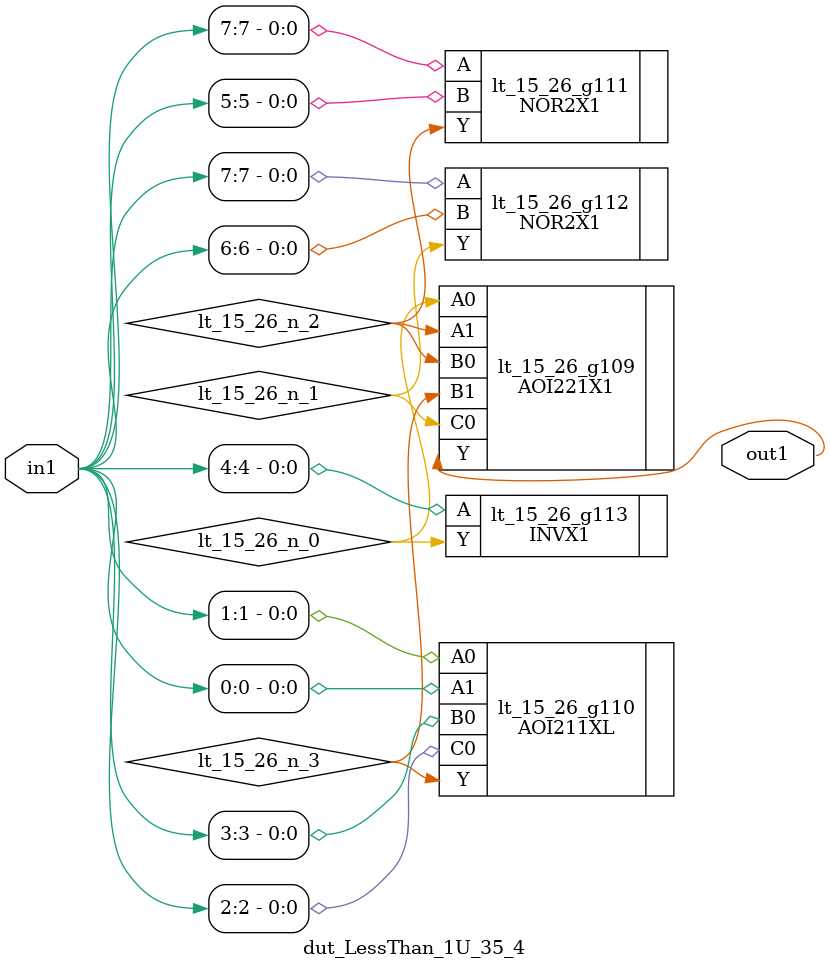
<source format=v>
`timescale 1ps / 1ps


module dut_LessThan_1U_35_4(in1, out1);
  input [7:0] in1;
  output out1;
  wire [7:0] in1;
  wire out1;
  wire lt_15_26_n_0, lt_15_26_n_1, lt_15_26_n_2, lt_15_26_n_3;
  AOI221X1 lt_15_26_g109(.A0 (lt_15_26_n_0), .A1 (lt_15_26_n_2), .B0
       (lt_15_26_n_2), .B1 (lt_15_26_n_3), .C0 (lt_15_26_n_1), .Y
       (out1));
  AOI211XL lt_15_26_g110(.A0 (in1[1]), .A1 (in1[0]), .B0 (in1[3]), .C0
       (in1[2]), .Y (lt_15_26_n_3));
  NOR2X1 lt_15_26_g111(.A (in1[7]), .B (in1[5]), .Y (lt_15_26_n_2));
  NOR2X1 lt_15_26_g112(.A (in1[7]), .B (in1[6]), .Y (lt_15_26_n_1));
  INVX1 lt_15_26_g113(.A (in1[4]), .Y (lt_15_26_n_0));
endmodule



</source>
